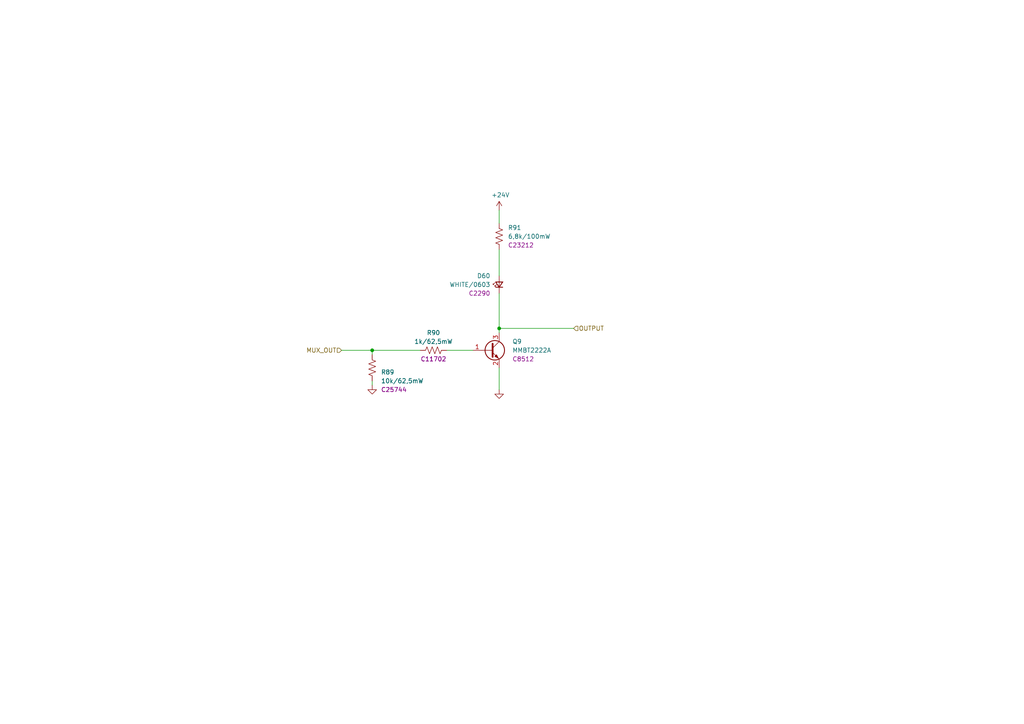
<source format=kicad_sch>
(kicad_sch (version 20250114) (generator "eeschema") (generator_version "9.0")
  (paper "A4")
  (title_block (title "ESP 24V 16xIn/16xOut/4xNTC Module") (date "2025-07-04") (rev "V4"))
  (lib_symbols
    (symbol "Device:LED_Small" (pin_numbers (hide yes)) (pin_names (offset 0.254) (hide yes))
      (property "Reference" "D" (at -1.27 3.175 0))
      (property "Value" "LED_Small" (at -4.445 -2.54 0))
      (symbol "LED_Small_0_1"
        (polyline (pts (xy -0.762 -1.016) (xy -0.762 1.016)) (stroke (width 0.254)))
        (polyline (pts (xy 0 0.762) (xy -0.508 1.27) (xy -0.254 1.27) (xy -0.508 1.27) (xy -0.508 1.016)))
        (polyline (pts (xy 0.508 1.27) (xy 0 1.778) (xy 0.254 1.778) (xy 0 1.778) (xy 0 1.524)))
        (polyline (pts (xy 0.762 -1.016) (xy -0.762 0) (xy 0.762 1.016) (xy 0.762 -1.016)) (stroke (width 0.254)))
        (polyline (pts (xy 1.016 0) (xy -0.762 0)))
      )
      (symbol "LED_Small_1_1"
        (pin passive line (at -2.54 0 0) (length 1.778) (name "K") (number "1"))
        (pin passive line (at 2.54 0 180) (length 1.778) (name "A") (number "2"))
      )
    )
    (symbol "Device:R_US" (pin_numbers (hide yes)) (pin_names (offset 0))
      (property "Reference" "R" (at 2.54 0 90))
      (property "Value" "R_US" (at -2.54 0 90))
      (symbol "R_US_0_1"
        (polyline (pts (xy 0 2.286) (xy 0 2.54)))
        (polyline (pts (xy 0 2.286) (xy 1.016 1.905) (xy 0 1.524) (xy -1.016 1.143) (xy 0 0.762)))
        (polyline (pts (xy 0 0.762) (xy 1.016 0.381) (xy 0 0) (xy -1.016 -0.381) (xy 0 -0.762)))
        (polyline (pts (xy 0 -0.762) (xy 1.016 -1.143) (xy 0 -1.524) (xy -1.016 -1.905) (xy 0 -2.286)))
        (polyline (pts (xy 0 -2.286) (xy 0 -2.54)))
      )
      (symbol "R_US_1_1"
        (pin passive line (at 0 3.81 270) (length 1.27) (name "~") (number "1"))
        (pin passive line (at 0 -3.81 90) (length 1.27) (name "~") (number "2"))
      )
    )
    (symbol "Transistor_BJT:Q_NPN_BEC" (pin_names (offset 0) (hide yes))
      (property "Reference" "Q" (at 5.08 1.27 0))
      (property "Value" "Q_NPN_BEC" (at 5.08 -1.27 0))
      (symbol "Q_NPN_BEC_0_1"
        (polyline (pts (xy -2.54 0) (xy 0.635 0)))
        (polyline (pts (xy 0.635 1.905) (xy 0.635 -1.905)) (stroke (width 0.508)))
        (circle (center 1.27 0) (radius 2.8194) (stroke (width 0.254)))
      )
      (symbol "Q_NPN_BEC_1_1"
        (polyline (pts (xy 0.635 0.635) (xy 2.54 2.54)))
        (polyline (pts (xy 0.635 -0.635) (xy 2.54 -2.54)))
        (polyline (pts (xy 1.27 -1.778) (xy 1.778 -1.27) (xy 2.286 -2.286) (xy 1.27 -1.778)) (fill (type outline)))
        (pin input line (at -5.08 0 0) (length 2.54) (name "B") (number "1"))
        (pin passive line (at 2.54 5.08 270) (length 2.54) (name "C") (number "3"))
        (pin passive line (at 2.54 -5.08 90) (length 2.54) (name "E") (number "2"))
      )
    )
    (symbol "power:+24V" (power) (pin_numbers (hide yes)) (pin_names (offset 0) (hide yes))
      (property "Value" "+24V" (at 0 3.556 0))
      (symbol "+24V_0_1"
        (polyline (pts (xy -0.762 1.27) (xy 0 2.54)))
        (polyline (pts (xy 0 2.54) (xy 0.762 1.27)))
        (polyline (pts (xy 0 0) (xy 0 2.54)))
      )
      (symbol "+24V_1_1"
        (pin power_in line (at 0 0 90) (length 0) (name "~") (number "1"))
      )
    )
    (symbol "power:GND" (power) (pin_numbers (hide yes)) (pin_names (offset 0) (hide yes))
      (property "Value" "GND" (at 0 -3.81 0))
      (symbol "GND_0_1"
        (polyline (pts (xy 0 0) (xy 0 -1.27) (xy 1.27 -1.27) (xy 0 -2.54) (xy -1.27 -1.27) (xy 0 -1.27)))
      )
      (symbol "GND_1_1"
        (pin power_in line (at 0 0 270) (length 0) (name "~") (number "1"))
      )
    )
  )
  (junction (at 107.95 101.6))
  (junction (at 144.78 95.25))
  (wire (pts (xy 144.78 113.03) (xy 144.78 106.68)))
  (wire (pts (xy 129.54 101.6) (xy 137.16 101.6)))
  (wire (pts (xy 144.78 72.39) (xy 144.78 80.01)))
  (wire (pts (xy 107.95 101.6) (xy 121.92 101.6)))
  (wire (pts (xy 99.06 101.6) (xy 107.95 101.6)))
  (wire (pts (xy 144.78 85.09) (xy 144.78 95.25)))
  (wire (pts (xy 144.78 95.25) (xy 144.78 96.52)))
  (wire (pts (xy 107.95 110.49) (xy 107.95 111.76)))
  (wire (pts (xy 144.78 60.96) (xy 144.78 64.77)))
  (wire (pts (xy 166.37 95.25) (xy 144.78 95.25)))
  (wire (pts (xy 107.95 101.6) (xy 107.95 102.87)))
  (hierarchical_label "OUTPUT" (shape input) (at 166.37 95.25 0))
  (hierarchical_label "MUX_OUT" (shape input) (at 99.06 101.6 180))
  (symbol (lib_id "power:GND") (at 107.95 111.76 0) (unit 1)
    (property "Reference" "#PWR084" (effects (hide yes)))
    (property "Value" "GND" (effects (hide yes)))
    (property "Description" "Power symbol creates a global label with name \"GND\" , ground" (effects (hide yes)))
    (instances (project "esp-24v-16ch-v4" (path "" (reference "#PWR0211") (unit 1)) (path "" (reference "#PWR0223") (unit 1)) (path "" (reference "#PWR0241") (unit 1)) (path "" (reference "#PWR0226") (unit 1)) (path "" (reference "#PWR0202") (unit 1)) (path "" (reference "#PWR0205") (unit 1)) (path "" (reference "#PWR0220") (unit 1)) (path "" (reference "#PWR0229") (unit 1)) (path "" (reference "#PWR0238") (unit 1)) (path "" (reference "#PWR0199") (unit 1)) (path "" (reference "#PWR0208") (unit 1)) (path "" (reference "#PWR0214") (unit 1)) (path "" (reference "#PWR0232") (unit 1)) (path "" (reference "#PWR0235") (unit 1)) (path "" (reference "#PWR0217") (unit 1)) (path "" (reference "#PWR084") (unit 1))))
  )
  (symbol (lib_id "power:+24V") (at 144.78 60.96 0) (unit 1)
    (property "Reference" "#PWR085" (effects (hide yes)))
    (property "Value" "+24V" (at 145.161 56.5658 0))
    (property "Description" "Power symbol creates a global label with name \"+24V\"" (effects (hide yes)))
    (instances (project "esp-24v-16ch-v4" (path "" (reference "#PWR0212") (unit 1)) (path "" (reference "#PWR0224") (unit 1)) (path "" (reference "#PWR0242") (unit 1)) (path "" (reference "#PWR0227") (unit 1)) (path "" (reference "#PWR0203") (unit 1)) (path "" (reference "#PWR0206") (unit 1)) (path "" (reference "#PWR0221") (unit 1)) (path "" (reference "#PWR0230") (unit 1)) (path "" (reference "#PWR0239") (unit 1)) (path "" (reference "#PWR0200") (unit 1)) (path "" (reference "#PWR0209") (unit 1)) (path "" (reference "#PWR0215") (unit 1)) (path "" (reference "#PWR0233") (unit 1)) (path "" (reference "#PWR0236") (unit 1)) (path "" (reference "#PWR0218") (unit 1)) (path "" (reference "#PWR085") (unit 1))))
  )
  (symbol (lib_id "Device:R_US") (at 144.78 68.58 0) (unit 1)
    (property "Reference" "R28" (at 147.32 66.04 0) (effects (justify left)))
    (property "Value" "6,8k/100mW" (at 147.32 68.58 0) (effects (justify left)))
    (property "Footprint" "Tales:R_0603_1608Metric" (effects (hide yes)))
    (property "Case" "0603/1608" (effects (hide yes)))
    (property "Mfr" "Uniroyal" (effects (hide yes)))
    (property "Mfr PN" "0603WAF6801T5E" (effects (hide yes)))
    (property "Vendor" "JLCPCB" (effects (hide yes)))
    (property "Vendor PN" "C23212 " (effects (hide yes)))
    (property "Technology" "1%" (effects (hide yes)))
    (property "LCSC Part #" "C23212" (at 147.32 71.12 0) (effects (justify left)))
    (property "JLCPCB BOM" "1" (effects (hide yes)))
    (instances (project "esp-24v-16ch-v4" (path "" (reference "R91") (unit 1)) (path "" (reference "R103") (unit 1)) (path "" (reference "R121") (unit 1)) (path "" (reference "R106") (unit 1)) (path "" (reference "R82") (unit 1)) (path "" (reference "R85") (unit 1)) (path "" (reference "R100") (unit 1)) (path "" (reference "R109") (unit 1)) (path "" (reference "R118") (unit 1)) (path "" (reference "R79") (unit 1)) (path "" (reference "R88") (unit 1)) (path "" (reference "R94") (unit 1)) (path "" (reference "R112") (unit 1)) (path "" (reference "R115") (unit 1)) (path "" (reference "R97") (unit 1)) (path "" (reference "R28") (unit 1))))
  )
  (symbol (lib_id "Device:R_US") (at 125.73 101.6 270) (unit 1)
    (property "Reference" "R27" (at 125.73 96.52 90))
    (property "Value" "1k/62,5mW" (at 125.73 99.06 90))
    (property "Footprint" "Tales:R_0402_1005Metric" (effects (hide yes)))
    (property "Case" "0402/1005" (effects (hide yes)))
    (property "Mfr" "Uniroyal" (effects (hide yes)))
    (property "Mfr PN" "0402WGF1001TCE" (effects (hide yes)))
    (property "Vendor" "JLCPCB" (effects (hide yes)))
    (property "Vendor PN" "C11702" (effects (hide yes)))
    (property "Technology" "1%" (effects (hide yes)))
    (property "LCSC Part #" "C11702" (at 125.73 104.14 90))
    (property "JLCPCB BOM" "1" (effects (hide yes)))
    (instances (project "esp-24v-16ch-v4" (path "" (reference "R90") (unit 1)) (path "" (reference "R102") (unit 1)) (path "" (reference "R120") (unit 1)) (path "" (reference "R105") (unit 1)) (path "" (reference "R81") (unit 1)) (path "" (reference "R84") (unit 1)) (path "" (reference "R99") (unit 1)) (path "" (reference "R108") (unit 1)) (path "" (reference "R117") (unit 1)) (path "" (reference "R78") (unit 1)) (path "" (reference "R87") (unit 1)) (path "" (reference "R93") (unit 1)) (path "" (reference "R111") (unit 1)) (path "" (reference "R114") (unit 1)) (path "" (reference "R96") (unit 1)) (path "" (reference "R27") (unit 1))))
  )
  (symbol (lib_id "Device:LED_Small") (at 144.78 82.55 90) (unit 1)
    (property "Reference" "D7" (at 142.24 80.01 90) (effects (justify left)))
    (property "Value" "WHITE/0603" (at 142.24 82.55 90) (effects (justify left)))
    (property "Footprint" "Tales:LED_0603_1608Metric" (effects (hide yes)))
    (property "Description" "Light emitting diode, small symbol" (effects (hide yes)))
    (property "Case" "0603/1608" (effects (hide yes)))
    (property "Mfr" "Hubei KENTO Elec" (effects (hide yes)))
    (property "Mfr PN" "KT-0603W" (effects (hide yes)))
    (property "Vendor" "JLCPCB" (effects (hide yes)))
    (property "Vendor PN" "C2290" (effects (hide yes)))
    (property "LCSC Part #" "C2290" (at 142.24 85.09 90) (effects (justify left)))
    (property "JLCPCB BOM" "1" (effects (hide yes)))
    (property "Sim.Pin" "1=K 2=A" (effects (hide yes)))
    (instances (project "esp-24v-16ch-v4" (path "" (reference "D60") (unit 1)) (path "" (reference "D64") (unit 1)) (path "" (reference "D70") (unit 1)) (path "" (reference "D65") (unit 1)) (path "" (reference "D57") (unit 1)) (path "" (reference "D58") (unit 1)) (path "" (reference "D63") (unit 1)) (path "" (reference "D66") (unit 1)) (path "" (reference "D69") (unit 1)) (path "" (reference "D56") (unit 1)) (path "" (reference "D59") (unit 1)) (path "" (reference "D61") (unit 1)) (path "" (reference "D67") (unit 1)) (path "" (reference "D68") (unit 1)) (path "" (reference "D62") (unit 1)) (path "" (reference "D7") (unit 1))))
  )
  (symbol (lib_id "Device:R_US") (at 107.95 106.68 180) (unit 1)
    (property "Reference" "R26" (at 110.49 107.95 0) (effects (justify right)))
    (property "Value" "10k/62,5mW" (at 110.49 110.49 0) (effects (justify right)))
    (property "Footprint" "Tales:R_0402_1005Metric" (effects (hide yes)))
    (property "Mfr" "Uniroyal" (effects (hide yes)))
    (property "Vendor" "JLCPCB" (effects (hide yes)))
    (property "Mfr PN" "0402WGF1002TCE" (effects (hide yes)))
    (property "Technology" "1%" (effects (hide yes)))
    (property "Vendor PN" "C25744" (effects (hide yes)))
    (property "LCSC Part #" "C25744" (at 110.49 113.03 0) (effects (justify right)))
    (property "JLCPCB BOM" "1" (effects (hide yes)))
    (property "Package" "0402/1005" (effects (hide yes)))
    (property "Case" "0402/1005" (effects (hide yes)))
    (instances (project "esp-24v-16ch-v4" (path "" (reference "R89") (unit 1)) (path "" (reference "R101") (unit 1)) (path "" (reference "R119") (unit 1)) (path "" (reference "R104") (unit 1)) (path "" (reference "R80") (unit 1)) (path "" (reference "R83") (unit 1)) (path "" (reference "R98") (unit 1)) (path "" (reference "R107") (unit 1)) (path "" (reference "R116") (unit 1)) (path "" (reference "R77") (unit 1)) (path "" (reference "R86") (unit 1)) (path "" (reference "R92") (unit 1)) (path "" (reference "R110") (unit 1)) (path "" (reference "R113") (unit 1)) (path "" (reference "R95") (unit 1)) (path "" (reference "R26") (unit 1))))
  )
  (symbol (lib_id "power:GND") (at 144.78 113.03 0) (unit 1)
    (property "Reference" "#PWR086" (effects (hide yes)))
    (property "Value" "GND" (effects (hide yes)))
    (property "Description" "Power symbol creates a global label with name \"GND\" , ground" (effects (hide yes)))
    (instances (project "esp-24v-16ch-v4" (path "" (reference "#PWR0213") (unit 1)) (path "" (reference "#PWR0225") (unit 1)) (path "" (reference "#PWR0243") (unit 1)) (path "" (reference "#PWR0228") (unit 1)) (path "" (reference "#PWR0204") (unit 1)) (path "" (reference "#PWR0207") (unit 1)) (path "" (reference "#PWR0222") (unit 1)) (path "" (reference "#PWR0231") (unit 1)) (path "" (reference "#PWR0240") (unit 1)) (path "" (reference "#PWR0201") (unit 1)) (path "" (reference "#PWR0210") (unit 1)) (path "" (reference "#PWR0216") (unit 1)) (path "" (reference "#PWR0234") (unit 1)) (path "" (reference "#PWR0237") (unit 1)) (path "" (reference "#PWR0219") (unit 1)) (path "" (reference "#PWR086") (unit 1))))
  )
  (symbol (lib_id "Transistor_BJT:Q_NPN_BEC") (at 142.24 101.6 0) (unit 1)
    (property "Reference" "Q4" (at 148.59 99.06 0) (effects (justify left)))
    (property "Value" "MMBT2222A" (at 148.59 101.6 0) (effects (justify left)))
    (property "Footprint" "Tales:SOT-23-Narrow" (effects (hide yes)))
    (property "Description" "NPN transistor, base/emitter/collector" (effects (hide yes)))
    (property "Case" "SOT-23-3" (effects (hide yes)))
    (property "Mfr" "Changjiang" (effects (hide yes)))
    (property "Mfr PN" "MMBT2222A" (effects (hide yes)))
    (property "Technology" "BJT" (effects (hide yes)))
    (property "Vendor" "JLCPCB" (effects (hide yes)))
    (property "Vendor PN" "C8512" (effects (hide yes)))
    (property "JLCPCB BOM" "1" (effects (hide yes)))
    (property "LCSC Part #" "C8512" (at 148.59 104.14 0) (effects (justify left)))
    (instances (project "esp-24v-16ch-v4" (path "" (reference "Q9") (unit 1)) (path "" (reference "Q13") (unit 1)) (path "" (reference "Q19") (unit 1)) (path "" (reference "Q14") (unit 1)) (path "" (reference "Q6") (unit 1)) (path "" (reference "Q7") (unit 1)) (path "" (reference "Q12") (unit 1)) (path "" (reference "Q15") (unit 1)) (path "" (reference "Q18") (unit 1)) (path "" (reference "Q5") (unit 1)) (path "" (reference "Q8") (unit 1)) (path "" (reference "Q10") (unit 1)) (path "" (reference "Q16") (unit 1)) (path "" (reference "Q17") (unit 1)) (path "" (reference "Q11") (unit 1)) (path "" (reference "Q4") (unit 1))))
  )
)
</source>
